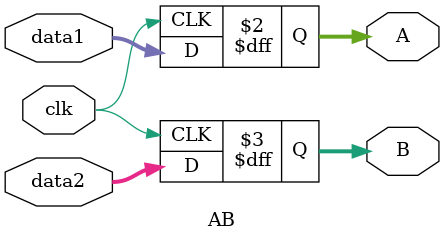
<source format=v>
`timescale 1ns / 1ps
module AB(
    input clk,
    input [31:0]data1,
    input [31:0]data2,
    output reg[31:0]A,
    output reg[31:0]B
    );
always@(posedge clk)
begin
	A<=data1;
	B<=data2;
end
endmodule

</source>
